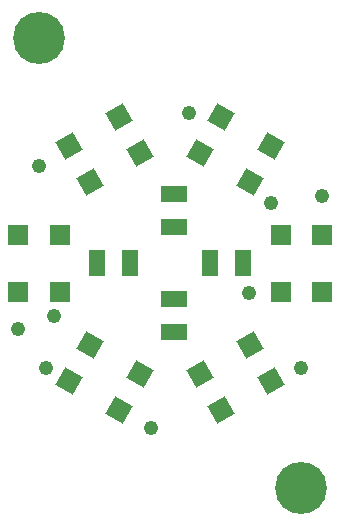
<source format=gts>
%FSLAX25Y25*%
%MOIN*%
G70*
G01*
G75*
G04 Layer_Color=128*
%ADD10R,0.05000X0.08000*%
%ADD11R,0.08000X0.05000*%
%ADD12R,0.05906X0.05906*%
%ADD13P,0.08352X4X255.0*%
%ADD14P,0.08352X4X195.0*%
%ADD15C,0.02500*%
%ADD16C,0.16500*%
%ADD17C,0.04000*%
%ADD18R,0.17716X0.12205*%
%ADD19C,0.01000*%
%ADD20R,0.04000X0.07000*%
%ADD21R,0.07000X0.04000*%
%ADD22R,0.04906X0.04906*%
%ADD23P,0.06937X4X255.0*%
%ADD24P,0.06937X4X195.0*%
%ADD25R,0.16716X0.11205*%
%ADD26R,0.05800X0.08800*%
%ADD27R,0.08800X0.05800*%
%ADD28R,0.06706X0.06706*%
%ADD29P,0.09483X4X255.0*%
%ADD30P,0.09483X4X195.0*%
%ADD31C,0.17300*%
%ADD32C,0.04800*%
D26*
X432000Y487500D02*
D03*
X443000D02*
D03*
X480500D02*
D03*
X469500D02*
D03*
D27*
X457500Y510500D02*
D03*
Y499500D02*
D03*
Y464500D02*
D03*
Y475500D02*
D03*
D28*
X419390Y477854D02*
D03*
X405610D02*
D03*
X419390Y497146D02*
D03*
X405610D02*
D03*
X493110D02*
D03*
X506890D02*
D03*
X493110Y477854D02*
D03*
X506890D02*
D03*
D29*
X429492Y514610D02*
D03*
X422602Y526544D02*
D03*
X446198Y524256D02*
D03*
X439309Y536190D02*
D03*
X483008Y460390D02*
D03*
X489898Y448456D02*
D03*
X466302Y450744D02*
D03*
X473191Y438810D02*
D03*
D30*
X466302Y524256D02*
D03*
X473191Y536190D02*
D03*
X483008Y514610D02*
D03*
X489898Y526544D02*
D03*
X446198Y450744D02*
D03*
X439309Y438810D02*
D03*
X429492Y460390D02*
D03*
X422602Y448456D02*
D03*
D31*
X412500Y562500D02*
D03*
X500000Y412500D02*
D03*
D32*
X482500Y477500D02*
D03*
X462500Y537500D02*
D03*
X506890Y510000D02*
D03*
X412500Y520000D02*
D03*
X405610Y465610D02*
D03*
X500000Y452500D02*
D03*
X450000Y432500D02*
D03*
X490000Y507500D02*
D03*
X415000Y452500D02*
D03*
X417500Y470000D02*
D03*
M02*

</source>
